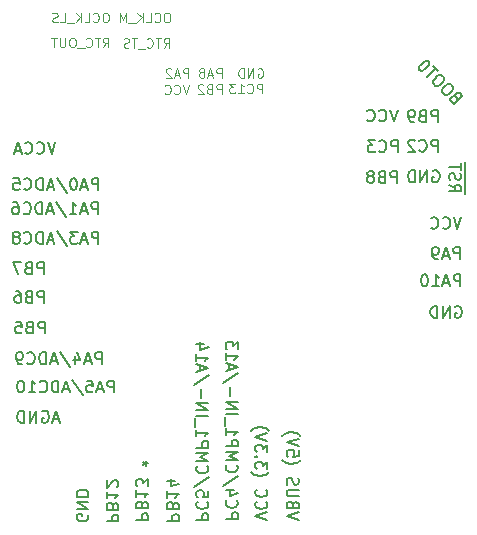
<source format=gbo>
%TF.GenerationSoftware,KiCad,Pcbnew,(5.1.6-0-10_14)*%
%TF.CreationDate,2021-04-22T17:40:41-07:00*%
%TF.ProjectId,BetsyBoardBig,42657473-7942-46f6-9172-644269672e6b,rev?*%
%TF.SameCoordinates,Original*%
%TF.FileFunction,Legend,Bot*%
%TF.FilePolarity,Positive*%
%FSLAX46Y46*%
G04 Gerber Fmt 4.6, Leading zero omitted, Abs format (unit mm)*
G04 Created by KiCad (PCBNEW (5.1.6-0-10_14)) date 2021-04-22 17:40:41*
%MOMM*%
%LPD*%
G01*
G04 APERTURE LIST*
%ADD10C,0.150000*%
%ADD11C,0.125000*%
G04 APERTURE END LIST*
D10*
X138333333Y-68852380D02*
X138000000Y-69852380D01*
X137666666Y-68852380D01*
X136761904Y-69757142D02*
X136809523Y-69804761D01*
X136952380Y-69852380D01*
X137047619Y-69852380D01*
X137190476Y-69804761D01*
X137285714Y-69709523D01*
X137333333Y-69614285D01*
X137380952Y-69423809D01*
X137380952Y-69280952D01*
X137333333Y-69090476D01*
X137285714Y-68995238D01*
X137190476Y-68900000D01*
X137047619Y-68852380D01*
X136952380Y-68852380D01*
X136809523Y-68900000D01*
X136761904Y-68947619D01*
X135761904Y-69757142D02*
X135809523Y-69804761D01*
X135952380Y-69852380D01*
X136047619Y-69852380D01*
X136190476Y-69804761D01*
X136285714Y-69709523D01*
X136333333Y-69614285D01*
X136380952Y-69423809D01*
X136380952Y-69280952D01*
X136333333Y-69090476D01*
X136285714Y-68995238D01*
X136190476Y-68900000D01*
X136047619Y-68852380D01*
X135952380Y-68852380D01*
X135809523Y-68900000D01*
X135761904Y-68947619D01*
D11*
X121478273Y-58361904D02*
X121478273Y-57561904D01*
X121173511Y-57561904D01*
X121097321Y-57600000D01*
X121059226Y-57638095D01*
X121021130Y-57714285D01*
X121021130Y-57828571D01*
X121059226Y-57904761D01*
X121097321Y-57942857D01*
X121173511Y-57980952D01*
X121478273Y-57980952D01*
X120221130Y-58285714D02*
X120259226Y-58323809D01*
X120373511Y-58361904D01*
X120449702Y-58361904D01*
X120563988Y-58323809D01*
X120640178Y-58247619D01*
X120678273Y-58171428D01*
X120716369Y-58019047D01*
X120716369Y-57904761D01*
X120678273Y-57752380D01*
X120640178Y-57676190D01*
X120563988Y-57600000D01*
X120449702Y-57561904D01*
X120373511Y-57561904D01*
X120259226Y-57600000D01*
X120221130Y-57638095D01*
X119459226Y-58361904D02*
X119916369Y-58361904D01*
X119687797Y-58361904D02*
X119687797Y-57561904D01*
X119763988Y-57676190D01*
X119840178Y-57752380D01*
X119916369Y-57790476D01*
X119192559Y-57561904D02*
X118697321Y-57561904D01*
X118963988Y-57866666D01*
X118849702Y-57866666D01*
X118773511Y-57904761D01*
X118735416Y-57942857D01*
X118697321Y-58019047D01*
X118697321Y-58209523D01*
X118735416Y-58285714D01*
X118773511Y-58323809D01*
X118849702Y-58361904D01*
X119078273Y-58361904D01*
X119154464Y-58323809D01*
X119192559Y-58285714D01*
X121109821Y-56300000D02*
X121186011Y-56261904D01*
X121300297Y-56261904D01*
X121414583Y-56300000D01*
X121490773Y-56376190D01*
X121528869Y-56452380D01*
X121566964Y-56604761D01*
X121566964Y-56719047D01*
X121528869Y-56871428D01*
X121490773Y-56947619D01*
X121414583Y-57023809D01*
X121300297Y-57061904D01*
X121224107Y-57061904D01*
X121109821Y-57023809D01*
X121071726Y-56985714D01*
X121071726Y-56719047D01*
X121224107Y-56719047D01*
X120728869Y-57061904D02*
X120728869Y-56261904D01*
X120271726Y-57061904D01*
X120271726Y-56261904D01*
X119890773Y-57061904D02*
X119890773Y-56261904D01*
X119700297Y-56261904D01*
X119586011Y-56300000D01*
X119509821Y-56376190D01*
X119471726Y-56452380D01*
X119433630Y-56604761D01*
X119433630Y-56719047D01*
X119471726Y-56871428D01*
X119509821Y-56947619D01*
X119586011Y-57023809D01*
X119700297Y-57061904D01*
X119890773Y-57061904D01*
X118028273Y-58411904D02*
X118028273Y-57611904D01*
X117723511Y-57611904D01*
X117647321Y-57650000D01*
X117609226Y-57688095D01*
X117571130Y-57764285D01*
X117571130Y-57878571D01*
X117609226Y-57954761D01*
X117647321Y-57992857D01*
X117723511Y-58030952D01*
X118028273Y-58030952D01*
X116961607Y-57992857D02*
X116847321Y-58030952D01*
X116809226Y-58069047D01*
X116771130Y-58145238D01*
X116771130Y-58259523D01*
X116809226Y-58335714D01*
X116847321Y-58373809D01*
X116923511Y-58411904D01*
X117228273Y-58411904D01*
X117228273Y-57611904D01*
X116961607Y-57611904D01*
X116885416Y-57650000D01*
X116847321Y-57688095D01*
X116809226Y-57764285D01*
X116809226Y-57840476D01*
X116847321Y-57916666D01*
X116885416Y-57954761D01*
X116961607Y-57992857D01*
X117228273Y-57992857D01*
X116466369Y-57688095D02*
X116428273Y-57650000D01*
X116352083Y-57611904D01*
X116161607Y-57611904D01*
X116085416Y-57650000D01*
X116047321Y-57688095D01*
X116009226Y-57764285D01*
X116009226Y-57840476D01*
X116047321Y-57954761D01*
X116504464Y-58411904D01*
X116009226Y-58411904D01*
X118028273Y-57061904D02*
X118028273Y-56261904D01*
X117723511Y-56261904D01*
X117647321Y-56300000D01*
X117609226Y-56338095D01*
X117571130Y-56414285D01*
X117571130Y-56528571D01*
X117609226Y-56604761D01*
X117647321Y-56642857D01*
X117723511Y-56680952D01*
X118028273Y-56680952D01*
X117266369Y-56833333D02*
X116885416Y-56833333D01*
X117342559Y-57061904D02*
X117075892Y-56261904D01*
X116809226Y-57061904D01*
X116428273Y-56604761D02*
X116504464Y-56566666D01*
X116542559Y-56528571D01*
X116580654Y-56452380D01*
X116580654Y-56414285D01*
X116542559Y-56338095D01*
X116504464Y-56300000D01*
X116428273Y-56261904D01*
X116275892Y-56261904D01*
X116199702Y-56300000D01*
X116161607Y-56338095D01*
X116123511Y-56414285D01*
X116123511Y-56452380D01*
X116161607Y-56528571D01*
X116199702Y-56566666D01*
X116275892Y-56604761D01*
X116428273Y-56604761D01*
X116504464Y-56642857D01*
X116542559Y-56680952D01*
X116580654Y-56757142D01*
X116580654Y-56909523D01*
X116542559Y-56985714D01*
X116504464Y-57023809D01*
X116428273Y-57061904D01*
X116275892Y-57061904D01*
X116199702Y-57023809D01*
X116161607Y-56985714D01*
X116123511Y-56909523D01*
X116123511Y-56757142D01*
X116161607Y-56680952D01*
X116199702Y-56642857D01*
X116275892Y-56604761D01*
X115292559Y-57661904D02*
X115025892Y-58461904D01*
X114759226Y-57661904D01*
X114035416Y-58385714D02*
X114073511Y-58423809D01*
X114187797Y-58461904D01*
X114263988Y-58461904D01*
X114378273Y-58423809D01*
X114454464Y-58347619D01*
X114492559Y-58271428D01*
X114530654Y-58119047D01*
X114530654Y-58004761D01*
X114492559Y-57852380D01*
X114454464Y-57776190D01*
X114378273Y-57700000D01*
X114263988Y-57661904D01*
X114187797Y-57661904D01*
X114073511Y-57700000D01*
X114035416Y-57738095D01*
X113235416Y-58385714D02*
X113273511Y-58423809D01*
X113387797Y-58461904D01*
X113463988Y-58461904D01*
X113578273Y-58423809D01*
X113654464Y-58347619D01*
X113692559Y-58271428D01*
X113730654Y-58119047D01*
X113730654Y-58004761D01*
X113692559Y-57852380D01*
X113654464Y-57776190D01*
X113578273Y-57700000D01*
X113463988Y-57661904D01*
X113387797Y-57661904D01*
X113273511Y-57700000D01*
X113235416Y-57738095D01*
X115228273Y-57061904D02*
X115228273Y-56261904D01*
X114923511Y-56261904D01*
X114847321Y-56300000D01*
X114809226Y-56338095D01*
X114771130Y-56414285D01*
X114771130Y-56528571D01*
X114809226Y-56604761D01*
X114847321Y-56642857D01*
X114923511Y-56680952D01*
X115228273Y-56680952D01*
X114466369Y-56833333D02*
X114085416Y-56833333D01*
X114542559Y-57061904D02*
X114275892Y-56261904D01*
X114009226Y-57061904D01*
X113780654Y-56338095D02*
X113742559Y-56300000D01*
X113666369Y-56261904D01*
X113475892Y-56261904D01*
X113399702Y-56300000D01*
X113361607Y-56338095D01*
X113323511Y-56414285D01*
X113323511Y-56490476D01*
X113361607Y-56604761D01*
X113818750Y-57061904D01*
X113323511Y-57061904D01*
D10*
X137811904Y-76450000D02*
X137907142Y-76402380D01*
X138050000Y-76402380D01*
X138192857Y-76450000D01*
X138288095Y-76545238D01*
X138335714Y-76640476D01*
X138383333Y-76830952D01*
X138383333Y-76973809D01*
X138335714Y-77164285D01*
X138288095Y-77259523D01*
X138192857Y-77354761D01*
X138050000Y-77402380D01*
X137954761Y-77402380D01*
X137811904Y-77354761D01*
X137764285Y-77307142D01*
X137764285Y-76973809D01*
X137954761Y-76973809D01*
X137335714Y-77402380D02*
X137335714Y-76402380D01*
X136764285Y-77402380D01*
X136764285Y-76402380D01*
X136288095Y-77402380D02*
X136288095Y-76402380D01*
X136050000Y-76402380D01*
X135907142Y-76450000D01*
X135811904Y-76545238D01*
X135764285Y-76640476D01*
X135716666Y-76830952D01*
X135716666Y-76973809D01*
X135764285Y-77164285D01*
X135811904Y-77259523D01*
X135907142Y-77354761D01*
X136050000Y-77402380D01*
X136288095Y-77402380D01*
X138242857Y-74702380D02*
X138242857Y-73702380D01*
X137861904Y-73702380D01*
X137766666Y-73750000D01*
X137719047Y-73797619D01*
X137671428Y-73892857D01*
X137671428Y-74035714D01*
X137719047Y-74130952D01*
X137766666Y-74178571D01*
X137861904Y-74226190D01*
X138242857Y-74226190D01*
X137290476Y-74416666D02*
X136814285Y-74416666D01*
X137385714Y-74702380D02*
X137052380Y-73702380D01*
X136719047Y-74702380D01*
X135861904Y-74702380D02*
X136433333Y-74702380D01*
X136147619Y-74702380D02*
X136147619Y-73702380D01*
X136242857Y-73845238D01*
X136338095Y-73940476D01*
X136433333Y-73988095D01*
X135242857Y-73702380D02*
X135147619Y-73702380D01*
X135052380Y-73750000D01*
X135004761Y-73797619D01*
X134957142Y-73892857D01*
X134909523Y-74083333D01*
X134909523Y-74321428D01*
X134957142Y-74511904D01*
X135004761Y-74607142D01*
X135052380Y-74654761D01*
X135147619Y-74702380D01*
X135242857Y-74702380D01*
X135338095Y-74654761D01*
X135385714Y-74607142D01*
X135433333Y-74511904D01*
X135480952Y-74321428D01*
X135480952Y-74083333D01*
X135433333Y-73892857D01*
X135385714Y-73797619D01*
X135338095Y-73750000D01*
X135242857Y-73702380D01*
X138216666Y-72402380D02*
X138216666Y-71402380D01*
X137835714Y-71402380D01*
X137740476Y-71450000D01*
X137692857Y-71497619D01*
X137645238Y-71592857D01*
X137645238Y-71735714D01*
X137692857Y-71830952D01*
X137740476Y-71878571D01*
X137835714Y-71926190D01*
X138216666Y-71926190D01*
X137264285Y-72116666D02*
X136788095Y-72116666D01*
X137359523Y-72402380D02*
X137026190Y-71402380D01*
X136692857Y-72402380D01*
X136311904Y-72402380D02*
X136121428Y-72402380D01*
X136026190Y-72354761D01*
X135978571Y-72307142D01*
X135883333Y-72164285D01*
X135835714Y-71973809D01*
X135835714Y-71592857D01*
X135883333Y-71497619D01*
X135930952Y-71450000D01*
X136026190Y-71402380D01*
X136216666Y-71402380D01*
X136311904Y-71450000D01*
X136359523Y-71497619D01*
X136407142Y-71592857D01*
X136407142Y-71830952D01*
X136359523Y-71926190D01*
X136311904Y-71973809D01*
X136216666Y-72021428D01*
X136026190Y-72021428D01*
X135930952Y-71973809D01*
X135883333Y-71926190D01*
X135835714Y-71830952D01*
X135911904Y-64950000D02*
X136007142Y-64902380D01*
X136150000Y-64902380D01*
X136292857Y-64950000D01*
X136388095Y-65045238D01*
X136435714Y-65140476D01*
X136483333Y-65330952D01*
X136483333Y-65473809D01*
X136435714Y-65664285D01*
X136388095Y-65759523D01*
X136292857Y-65854761D01*
X136150000Y-65902380D01*
X136054761Y-65902380D01*
X135911904Y-65854761D01*
X135864285Y-65807142D01*
X135864285Y-65473809D01*
X136054761Y-65473809D01*
X135435714Y-65902380D02*
X135435714Y-64902380D01*
X134864285Y-65902380D01*
X134864285Y-64902380D01*
X134388095Y-65902380D02*
X134388095Y-64902380D01*
X134150000Y-64902380D01*
X134007142Y-64950000D01*
X133911904Y-65045238D01*
X133864285Y-65140476D01*
X133816666Y-65330952D01*
X133816666Y-65473809D01*
X133864285Y-65664285D01*
X133911904Y-65759523D01*
X134007142Y-65854761D01*
X134150000Y-65902380D01*
X134388095Y-65902380D01*
X132888095Y-65952380D02*
X132888095Y-64952380D01*
X132507142Y-64952380D01*
X132411904Y-65000000D01*
X132364285Y-65047619D01*
X132316666Y-65142857D01*
X132316666Y-65285714D01*
X132364285Y-65380952D01*
X132411904Y-65428571D01*
X132507142Y-65476190D01*
X132888095Y-65476190D01*
X131554761Y-65428571D02*
X131411904Y-65476190D01*
X131364285Y-65523809D01*
X131316666Y-65619047D01*
X131316666Y-65761904D01*
X131364285Y-65857142D01*
X131411904Y-65904761D01*
X131507142Y-65952380D01*
X131888095Y-65952380D01*
X131888095Y-64952380D01*
X131554761Y-64952380D01*
X131459523Y-65000000D01*
X131411904Y-65047619D01*
X131364285Y-65142857D01*
X131364285Y-65238095D01*
X131411904Y-65333333D01*
X131459523Y-65380952D01*
X131554761Y-65428571D01*
X131888095Y-65428571D01*
X130745238Y-65380952D02*
X130840476Y-65333333D01*
X130888095Y-65285714D01*
X130935714Y-65190476D01*
X130935714Y-65142857D01*
X130888095Y-65047619D01*
X130840476Y-65000000D01*
X130745238Y-64952380D01*
X130554761Y-64952380D01*
X130459523Y-65000000D01*
X130411904Y-65047619D01*
X130364285Y-65142857D01*
X130364285Y-65190476D01*
X130411904Y-65285714D01*
X130459523Y-65333333D01*
X130554761Y-65380952D01*
X130745238Y-65380952D01*
X130840476Y-65428571D01*
X130888095Y-65476190D01*
X130935714Y-65571428D01*
X130935714Y-65761904D01*
X130888095Y-65857142D01*
X130840476Y-65904761D01*
X130745238Y-65952380D01*
X130554761Y-65952380D01*
X130459523Y-65904761D01*
X130411904Y-65857142D01*
X130364285Y-65761904D01*
X130364285Y-65571428D01*
X130411904Y-65476190D01*
X130459523Y-65428571D01*
X130554761Y-65380952D01*
X132938095Y-63352380D02*
X132938095Y-62352380D01*
X132557142Y-62352380D01*
X132461904Y-62400000D01*
X132414285Y-62447619D01*
X132366666Y-62542857D01*
X132366666Y-62685714D01*
X132414285Y-62780952D01*
X132461904Y-62828571D01*
X132557142Y-62876190D01*
X132938095Y-62876190D01*
X131366666Y-63257142D02*
X131414285Y-63304761D01*
X131557142Y-63352380D01*
X131652380Y-63352380D01*
X131795238Y-63304761D01*
X131890476Y-63209523D01*
X131938095Y-63114285D01*
X131985714Y-62923809D01*
X131985714Y-62780952D01*
X131938095Y-62590476D01*
X131890476Y-62495238D01*
X131795238Y-62400000D01*
X131652380Y-62352380D01*
X131557142Y-62352380D01*
X131414285Y-62400000D01*
X131366666Y-62447619D01*
X131033333Y-62352380D02*
X130414285Y-62352380D01*
X130747619Y-62733333D01*
X130604761Y-62733333D01*
X130509523Y-62780952D01*
X130461904Y-62828571D01*
X130414285Y-62923809D01*
X130414285Y-63161904D01*
X130461904Y-63257142D01*
X130509523Y-63304761D01*
X130604761Y-63352380D01*
X130890476Y-63352380D01*
X130985714Y-63304761D01*
X131033333Y-63257142D01*
X136338095Y-63302380D02*
X136338095Y-62302380D01*
X135957142Y-62302380D01*
X135861904Y-62350000D01*
X135814285Y-62397619D01*
X135766666Y-62492857D01*
X135766666Y-62635714D01*
X135814285Y-62730952D01*
X135861904Y-62778571D01*
X135957142Y-62826190D01*
X136338095Y-62826190D01*
X134766666Y-63207142D02*
X134814285Y-63254761D01*
X134957142Y-63302380D01*
X135052380Y-63302380D01*
X135195238Y-63254761D01*
X135290476Y-63159523D01*
X135338095Y-63064285D01*
X135385714Y-62873809D01*
X135385714Y-62730952D01*
X135338095Y-62540476D01*
X135290476Y-62445238D01*
X135195238Y-62350000D01*
X135052380Y-62302380D01*
X134957142Y-62302380D01*
X134814285Y-62350000D01*
X134766666Y-62397619D01*
X134385714Y-62397619D02*
X134338095Y-62350000D01*
X134242857Y-62302380D01*
X134004761Y-62302380D01*
X133909523Y-62350000D01*
X133861904Y-62397619D01*
X133814285Y-62492857D01*
X133814285Y-62588095D01*
X133861904Y-62730952D01*
X134433333Y-63302380D01*
X133814285Y-63302380D01*
X136338095Y-60802380D02*
X136338095Y-59802380D01*
X135957142Y-59802380D01*
X135861904Y-59850000D01*
X135814285Y-59897619D01*
X135766666Y-59992857D01*
X135766666Y-60135714D01*
X135814285Y-60230952D01*
X135861904Y-60278571D01*
X135957142Y-60326190D01*
X136338095Y-60326190D01*
X135004761Y-60278571D02*
X134861904Y-60326190D01*
X134814285Y-60373809D01*
X134766666Y-60469047D01*
X134766666Y-60611904D01*
X134814285Y-60707142D01*
X134861904Y-60754761D01*
X134957142Y-60802380D01*
X135338095Y-60802380D01*
X135338095Y-59802380D01*
X135004761Y-59802380D01*
X134909523Y-59850000D01*
X134861904Y-59897619D01*
X134814285Y-59992857D01*
X134814285Y-60088095D01*
X134861904Y-60183333D01*
X134909523Y-60230952D01*
X135004761Y-60278571D01*
X135338095Y-60278571D01*
X134290476Y-60802380D02*
X134100000Y-60802380D01*
X134004761Y-60754761D01*
X133957142Y-60707142D01*
X133861904Y-60564285D01*
X133814285Y-60373809D01*
X133814285Y-59992857D01*
X133861904Y-59897619D01*
X133909523Y-59850000D01*
X134004761Y-59802380D01*
X134195238Y-59802380D01*
X134290476Y-59850000D01*
X134338095Y-59897619D01*
X134385714Y-59992857D01*
X134385714Y-60230952D01*
X134338095Y-60326190D01*
X134290476Y-60373809D01*
X134195238Y-60421428D01*
X134004761Y-60421428D01*
X133909523Y-60373809D01*
X133861904Y-60326190D01*
X133814285Y-60230952D01*
X132933333Y-59752380D02*
X132600000Y-60752380D01*
X132266666Y-59752380D01*
X131361904Y-60657142D02*
X131409523Y-60704761D01*
X131552380Y-60752380D01*
X131647619Y-60752380D01*
X131790476Y-60704761D01*
X131885714Y-60609523D01*
X131933333Y-60514285D01*
X131980952Y-60323809D01*
X131980952Y-60180952D01*
X131933333Y-59990476D01*
X131885714Y-59895238D01*
X131790476Y-59800000D01*
X131647619Y-59752380D01*
X131552380Y-59752380D01*
X131409523Y-59800000D01*
X131361904Y-59847619D01*
X130361904Y-60657142D02*
X130409523Y-60704761D01*
X130552380Y-60752380D01*
X130647619Y-60752380D01*
X130790476Y-60704761D01*
X130885714Y-60609523D01*
X130933333Y-60514285D01*
X130980952Y-60323809D01*
X130980952Y-60180952D01*
X130933333Y-59990476D01*
X130885714Y-59895238D01*
X130790476Y-59800000D01*
X130647619Y-59752380D01*
X130552380Y-59752380D01*
X130409523Y-59800000D01*
X130361904Y-59847619D01*
D11*
X113124107Y-54511904D02*
X113390773Y-54130952D01*
X113581250Y-54511904D02*
X113581250Y-53711904D01*
X113276488Y-53711904D01*
X113200297Y-53750000D01*
X113162202Y-53788095D01*
X113124107Y-53864285D01*
X113124107Y-53978571D01*
X113162202Y-54054761D01*
X113200297Y-54092857D01*
X113276488Y-54130952D01*
X113581250Y-54130952D01*
X112895535Y-53711904D02*
X112438392Y-53711904D01*
X112666964Y-54511904D02*
X112666964Y-53711904D01*
X111714583Y-54435714D02*
X111752678Y-54473809D01*
X111866964Y-54511904D01*
X111943154Y-54511904D01*
X112057440Y-54473809D01*
X112133630Y-54397619D01*
X112171726Y-54321428D01*
X112209821Y-54169047D01*
X112209821Y-54054761D01*
X112171726Y-53902380D01*
X112133630Y-53826190D01*
X112057440Y-53750000D01*
X111943154Y-53711904D01*
X111866964Y-53711904D01*
X111752678Y-53750000D01*
X111714583Y-53788095D01*
X111562202Y-54588095D02*
X110952678Y-54588095D01*
X110876488Y-53711904D02*
X110419345Y-53711904D01*
X110647916Y-54511904D02*
X110647916Y-53711904D01*
X110190773Y-54473809D02*
X110076488Y-54511904D01*
X109886011Y-54511904D01*
X109809821Y-54473809D01*
X109771726Y-54435714D01*
X109733630Y-54359523D01*
X109733630Y-54283333D01*
X109771726Y-54207142D01*
X109809821Y-54169047D01*
X109886011Y-54130952D01*
X110038392Y-54092857D01*
X110114583Y-54054761D01*
X110152678Y-54016666D01*
X110190773Y-53940476D01*
X110190773Y-53864285D01*
X110152678Y-53788095D01*
X110114583Y-53750000D01*
X110038392Y-53711904D01*
X109847916Y-53711904D01*
X109733630Y-53750000D01*
X107988392Y-54461904D02*
X108255059Y-54080952D01*
X108445535Y-54461904D02*
X108445535Y-53661904D01*
X108140773Y-53661904D01*
X108064583Y-53700000D01*
X108026488Y-53738095D01*
X107988392Y-53814285D01*
X107988392Y-53928571D01*
X108026488Y-54004761D01*
X108064583Y-54042857D01*
X108140773Y-54080952D01*
X108445535Y-54080952D01*
X107759821Y-53661904D02*
X107302678Y-53661904D01*
X107531250Y-54461904D02*
X107531250Y-53661904D01*
X106578869Y-54385714D02*
X106616964Y-54423809D01*
X106731250Y-54461904D01*
X106807440Y-54461904D01*
X106921726Y-54423809D01*
X106997916Y-54347619D01*
X107036011Y-54271428D01*
X107074107Y-54119047D01*
X107074107Y-54004761D01*
X107036011Y-53852380D01*
X106997916Y-53776190D01*
X106921726Y-53700000D01*
X106807440Y-53661904D01*
X106731250Y-53661904D01*
X106616964Y-53700000D01*
X106578869Y-53738095D01*
X106426488Y-54538095D02*
X105816964Y-54538095D01*
X105474107Y-53661904D02*
X105321726Y-53661904D01*
X105245535Y-53700000D01*
X105169345Y-53776190D01*
X105131250Y-53928571D01*
X105131250Y-54195238D01*
X105169345Y-54347619D01*
X105245535Y-54423809D01*
X105321726Y-54461904D01*
X105474107Y-54461904D01*
X105550297Y-54423809D01*
X105626488Y-54347619D01*
X105664583Y-54195238D01*
X105664583Y-53928571D01*
X105626488Y-53776190D01*
X105550297Y-53700000D01*
X105474107Y-53661904D01*
X104788392Y-53661904D02*
X104788392Y-54309523D01*
X104750297Y-54385714D01*
X104712202Y-54423809D01*
X104636011Y-54461904D01*
X104483630Y-54461904D01*
X104407440Y-54423809D01*
X104369345Y-54385714D01*
X104331250Y-54309523D01*
X104331250Y-53661904D01*
X104064583Y-53661904D02*
X103607440Y-53661904D01*
X103836011Y-54461904D02*
X103836011Y-53661904D01*
X113497916Y-51561904D02*
X113345535Y-51561904D01*
X113269345Y-51600000D01*
X113193154Y-51676190D01*
X113155059Y-51828571D01*
X113155059Y-52095238D01*
X113193154Y-52247619D01*
X113269345Y-52323809D01*
X113345535Y-52361904D01*
X113497916Y-52361904D01*
X113574107Y-52323809D01*
X113650297Y-52247619D01*
X113688392Y-52095238D01*
X113688392Y-51828571D01*
X113650297Y-51676190D01*
X113574107Y-51600000D01*
X113497916Y-51561904D01*
X112355059Y-52285714D02*
X112393154Y-52323809D01*
X112507440Y-52361904D01*
X112583630Y-52361904D01*
X112697916Y-52323809D01*
X112774107Y-52247619D01*
X112812202Y-52171428D01*
X112850297Y-52019047D01*
X112850297Y-51904761D01*
X112812202Y-51752380D01*
X112774107Y-51676190D01*
X112697916Y-51600000D01*
X112583630Y-51561904D01*
X112507440Y-51561904D01*
X112393154Y-51600000D01*
X112355059Y-51638095D01*
X111631250Y-52361904D02*
X112012202Y-52361904D01*
X112012202Y-51561904D01*
X111364583Y-52361904D02*
X111364583Y-51561904D01*
X110907440Y-52361904D02*
X111250297Y-51904761D01*
X110907440Y-51561904D02*
X111364583Y-52019047D01*
X110755059Y-52438095D02*
X110145535Y-52438095D01*
X109955059Y-52361904D02*
X109955059Y-51561904D01*
X109688392Y-52133333D01*
X109421726Y-51561904D01*
X109421726Y-52361904D01*
X108293154Y-51561904D02*
X108140773Y-51561904D01*
X108064583Y-51600000D01*
X107988392Y-51676190D01*
X107950297Y-51828571D01*
X107950297Y-52095238D01*
X107988392Y-52247619D01*
X108064583Y-52323809D01*
X108140773Y-52361904D01*
X108293154Y-52361904D01*
X108369345Y-52323809D01*
X108445535Y-52247619D01*
X108483630Y-52095238D01*
X108483630Y-51828571D01*
X108445535Y-51676190D01*
X108369345Y-51600000D01*
X108293154Y-51561904D01*
X107150297Y-52285714D02*
X107188392Y-52323809D01*
X107302678Y-52361904D01*
X107378869Y-52361904D01*
X107493154Y-52323809D01*
X107569345Y-52247619D01*
X107607440Y-52171428D01*
X107645535Y-52019047D01*
X107645535Y-51904761D01*
X107607440Y-51752380D01*
X107569345Y-51676190D01*
X107493154Y-51600000D01*
X107378869Y-51561904D01*
X107302678Y-51561904D01*
X107188392Y-51600000D01*
X107150297Y-51638095D01*
X106426488Y-52361904D02*
X106807440Y-52361904D01*
X106807440Y-51561904D01*
X106159821Y-52361904D02*
X106159821Y-51561904D01*
X105702678Y-52361904D02*
X106045535Y-51904761D01*
X105702678Y-51561904D02*
X106159821Y-52019047D01*
X105550297Y-52438095D02*
X104940773Y-52438095D01*
X104369345Y-52361904D02*
X104750297Y-52361904D01*
X104750297Y-51561904D01*
X104140773Y-52323809D02*
X104026488Y-52361904D01*
X103836011Y-52361904D01*
X103759821Y-52323809D01*
X103721726Y-52285714D01*
X103683630Y-52209523D01*
X103683630Y-52133333D01*
X103721726Y-52057142D01*
X103759821Y-52019047D01*
X103836011Y-51980952D01*
X103988392Y-51942857D01*
X104064583Y-51904761D01*
X104102678Y-51866666D01*
X104140773Y-51790476D01*
X104140773Y-51714285D01*
X104102678Y-51638095D01*
X104064583Y-51600000D01*
X103988392Y-51561904D01*
X103797916Y-51561904D01*
X103683630Y-51600000D01*
D10*
X103966547Y-62502380D02*
X103633214Y-63502380D01*
X103299880Y-62502380D01*
X102395119Y-63407142D02*
X102442738Y-63454761D01*
X102585595Y-63502380D01*
X102680833Y-63502380D01*
X102823690Y-63454761D01*
X102918928Y-63359523D01*
X102966547Y-63264285D01*
X103014166Y-63073809D01*
X103014166Y-62930952D01*
X102966547Y-62740476D01*
X102918928Y-62645238D01*
X102823690Y-62550000D01*
X102680833Y-62502380D01*
X102585595Y-62502380D01*
X102442738Y-62550000D01*
X102395119Y-62597619D01*
X101395119Y-63407142D02*
X101442738Y-63454761D01*
X101585595Y-63502380D01*
X101680833Y-63502380D01*
X101823690Y-63454761D01*
X101918928Y-63359523D01*
X101966547Y-63264285D01*
X102014166Y-63073809D01*
X102014166Y-62930952D01*
X101966547Y-62740476D01*
X101918928Y-62645238D01*
X101823690Y-62550000D01*
X101680833Y-62502380D01*
X101585595Y-62502380D01*
X101442738Y-62550000D01*
X101395119Y-62597619D01*
X101014166Y-63216666D02*
X100537976Y-63216666D01*
X101109404Y-63502380D02*
X100776071Y-62502380D01*
X100442738Y-63502380D01*
X104261785Y-85966666D02*
X103785595Y-85966666D01*
X104357023Y-86252380D02*
X104023690Y-85252380D01*
X103690357Y-86252380D01*
X102833214Y-85300000D02*
X102928452Y-85252380D01*
X103071309Y-85252380D01*
X103214166Y-85300000D01*
X103309404Y-85395238D01*
X103357023Y-85490476D01*
X103404642Y-85680952D01*
X103404642Y-85823809D01*
X103357023Y-86014285D01*
X103309404Y-86109523D01*
X103214166Y-86204761D01*
X103071309Y-86252380D01*
X102976071Y-86252380D01*
X102833214Y-86204761D01*
X102785595Y-86157142D01*
X102785595Y-85823809D01*
X102976071Y-85823809D01*
X102357023Y-86252380D02*
X102357023Y-85252380D01*
X101785595Y-86252380D01*
X101785595Y-85252380D01*
X101309404Y-86252380D02*
X101309404Y-85252380D01*
X101071309Y-85252380D01*
X100928452Y-85300000D01*
X100833214Y-85395238D01*
X100785595Y-85490476D01*
X100737976Y-85680952D01*
X100737976Y-85823809D01*
X100785595Y-86014285D01*
X100833214Y-86109523D01*
X100928452Y-86204761D01*
X101071309Y-86252380D01*
X101309404Y-86252380D01*
X124547619Y-94507261D02*
X123547619Y-94173928D01*
X124547619Y-93840595D01*
X124071428Y-93173928D02*
X124023809Y-93031071D01*
X123976190Y-92983452D01*
X123880952Y-92935833D01*
X123738095Y-92935833D01*
X123642857Y-92983452D01*
X123595238Y-93031071D01*
X123547619Y-93126309D01*
X123547619Y-93507261D01*
X124547619Y-93507261D01*
X124547619Y-93173928D01*
X124500000Y-93078690D01*
X124452380Y-93031071D01*
X124357142Y-92983452D01*
X124261904Y-92983452D01*
X124166666Y-93031071D01*
X124119047Y-93078690D01*
X124071428Y-93173928D01*
X124071428Y-93507261D01*
X124547619Y-92507261D02*
X123738095Y-92507261D01*
X123642857Y-92459642D01*
X123595238Y-92412023D01*
X123547619Y-92316785D01*
X123547619Y-92126309D01*
X123595238Y-92031071D01*
X123642857Y-91983452D01*
X123738095Y-91935833D01*
X124547619Y-91935833D01*
X123595238Y-91507261D02*
X123547619Y-91364404D01*
X123547619Y-91126309D01*
X123595238Y-91031071D01*
X123642857Y-90983452D01*
X123738095Y-90935833D01*
X123833333Y-90935833D01*
X123928571Y-90983452D01*
X123976190Y-91031071D01*
X124023809Y-91126309D01*
X124071428Y-91316785D01*
X124119047Y-91412023D01*
X124166666Y-91459642D01*
X124261904Y-91507261D01*
X124357142Y-91507261D01*
X124452380Y-91459642D01*
X124500000Y-91412023D01*
X124547619Y-91316785D01*
X124547619Y-91078690D01*
X124500000Y-90935833D01*
X123166666Y-89459642D02*
X123214285Y-89507261D01*
X123357142Y-89602500D01*
X123452380Y-89650119D01*
X123595238Y-89697738D01*
X123833333Y-89745357D01*
X124023809Y-89745357D01*
X124261904Y-89697738D01*
X124404761Y-89650119D01*
X124500000Y-89602500D01*
X124642857Y-89507261D01*
X124690476Y-89459642D01*
X124547619Y-88602500D02*
X124547619Y-89078690D01*
X124071428Y-89126309D01*
X124119047Y-89078690D01*
X124166666Y-88983452D01*
X124166666Y-88745357D01*
X124119047Y-88650119D01*
X124071428Y-88602500D01*
X123976190Y-88554880D01*
X123738095Y-88554880D01*
X123642857Y-88602500D01*
X123595238Y-88650119D01*
X123547619Y-88745357D01*
X123547619Y-88983452D01*
X123595238Y-89078690D01*
X123642857Y-89126309D01*
X124547619Y-88269166D02*
X123547619Y-87935833D01*
X124547619Y-87602500D01*
X123166666Y-87364404D02*
X123214285Y-87316785D01*
X123357142Y-87221547D01*
X123452380Y-87173928D01*
X123595238Y-87126309D01*
X123833333Y-87078690D01*
X124023809Y-87078690D01*
X124261904Y-87126309D01*
X124404761Y-87173928D01*
X124500000Y-87221547D01*
X124642857Y-87316785D01*
X124690476Y-87364404D01*
X121897619Y-94507261D02*
X120897619Y-94173928D01*
X121897619Y-93840595D01*
X120992857Y-92935833D02*
X120945238Y-92983452D01*
X120897619Y-93126309D01*
X120897619Y-93221547D01*
X120945238Y-93364404D01*
X121040476Y-93459642D01*
X121135714Y-93507261D01*
X121326190Y-93554880D01*
X121469047Y-93554880D01*
X121659523Y-93507261D01*
X121754761Y-93459642D01*
X121850000Y-93364404D01*
X121897619Y-93221547D01*
X121897619Y-93126309D01*
X121850000Y-92983452D01*
X121802380Y-92935833D01*
X120992857Y-91935833D02*
X120945238Y-91983452D01*
X120897619Y-92126309D01*
X120897619Y-92221547D01*
X120945238Y-92364404D01*
X121040476Y-92459642D01*
X121135714Y-92507261D01*
X121326190Y-92554880D01*
X121469047Y-92554880D01*
X121659523Y-92507261D01*
X121754761Y-92459642D01*
X121850000Y-92364404D01*
X121897619Y-92221547D01*
X121897619Y-92126309D01*
X121850000Y-91983452D01*
X121802380Y-91935833D01*
X120516666Y-90459642D02*
X120564285Y-90507261D01*
X120707142Y-90602500D01*
X120802380Y-90650119D01*
X120945238Y-90697738D01*
X121183333Y-90745357D01*
X121373809Y-90745357D01*
X121611904Y-90697738D01*
X121754761Y-90650119D01*
X121850000Y-90602500D01*
X121992857Y-90507261D01*
X122040476Y-90459642D01*
X121897619Y-90173928D02*
X121897619Y-89554880D01*
X121516666Y-89888214D01*
X121516666Y-89745357D01*
X121469047Y-89650119D01*
X121421428Y-89602500D01*
X121326190Y-89554880D01*
X121088095Y-89554880D01*
X120992857Y-89602500D01*
X120945238Y-89650119D01*
X120897619Y-89745357D01*
X120897619Y-90031071D01*
X120945238Y-90126309D01*
X120992857Y-90173928D01*
X120992857Y-89126309D02*
X120945238Y-89078690D01*
X120897619Y-89126309D01*
X120945238Y-89173928D01*
X120992857Y-89126309D01*
X120897619Y-89126309D01*
X121897619Y-88745357D02*
X121897619Y-88126309D01*
X121516666Y-88459642D01*
X121516666Y-88316785D01*
X121469047Y-88221547D01*
X121421428Y-88173928D01*
X121326190Y-88126309D01*
X121088095Y-88126309D01*
X120992857Y-88173928D01*
X120945238Y-88221547D01*
X120897619Y-88316785D01*
X120897619Y-88602500D01*
X120945238Y-88697738D01*
X120992857Y-88745357D01*
X121897619Y-87840595D02*
X120897619Y-87507261D01*
X121897619Y-87173928D01*
X120516666Y-86935833D02*
X120564285Y-86888214D01*
X120707142Y-86792976D01*
X120802380Y-86745357D01*
X120945238Y-86697738D01*
X121183333Y-86650119D01*
X121373809Y-86650119D01*
X121611904Y-86697738D01*
X121754761Y-86745357D01*
X121850000Y-86792976D01*
X121992857Y-86888214D01*
X122040476Y-86935833D01*
X106700000Y-94040595D02*
X106747619Y-94135833D01*
X106747619Y-94278690D01*
X106700000Y-94421547D01*
X106604761Y-94516785D01*
X106509523Y-94564404D01*
X106319047Y-94612023D01*
X106176190Y-94612023D01*
X105985714Y-94564404D01*
X105890476Y-94516785D01*
X105795238Y-94421547D01*
X105747619Y-94278690D01*
X105747619Y-94183452D01*
X105795238Y-94040595D01*
X105842857Y-93992976D01*
X106176190Y-93992976D01*
X106176190Y-94183452D01*
X105747619Y-93564404D02*
X106747619Y-93564404D01*
X105747619Y-92992976D01*
X106747619Y-92992976D01*
X105747619Y-92516785D02*
X106747619Y-92516785D01*
X106747619Y-92278690D01*
X106700000Y-92135833D01*
X106604761Y-92040595D01*
X106509523Y-91992976D01*
X106319047Y-91945357D01*
X106176190Y-91945357D01*
X105985714Y-91992976D01*
X105890476Y-92040595D01*
X105795238Y-92135833D01*
X105747619Y-92278690D01*
X105747619Y-92516785D01*
X118397619Y-94414404D02*
X119397619Y-94414404D01*
X119397619Y-94033452D01*
X119350000Y-93938214D01*
X119302380Y-93890595D01*
X119207142Y-93842976D01*
X119064285Y-93842976D01*
X118969047Y-93890595D01*
X118921428Y-93938214D01*
X118873809Y-94033452D01*
X118873809Y-94414404D01*
X118492857Y-92842976D02*
X118445238Y-92890595D01*
X118397619Y-93033452D01*
X118397619Y-93128690D01*
X118445238Y-93271547D01*
X118540476Y-93366785D01*
X118635714Y-93414404D01*
X118826190Y-93462023D01*
X118969047Y-93462023D01*
X119159523Y-93414404D01*
X119254761Y-93366785D01*
X119350000Y-93271547D01*
X119397619Y-93128690D01*
X119397619Y-93033452D01*
X119350000Y-92890595D01*
X119302380Y-92842976D01*
X119064285Y-91985833D02*
X118397619Y-91985833D01*
X119445238Y-92223928D02*
X118730952Y-92462023D01*
X118730952Y-91842976D01*
X119445238Y-90747738D02*
X118159523Y-91604880D01*
X118492857Y-89842976D02*
X118445238Y-89890595D01*
X118397619Y-90033452D01*
X118397619Y-90128690D01*
X118445238Y-90271547D01*
X118540476Y-90366785D01*
X118635714Y-90414404D01*
X118826190Y-90462023D01*
X118969047Y-90462023D01*
X119159523Y-90414404D01*
X119254761Y-90366785D01*
X119350000Y-90271547D01*
X119397619Y-90128690D01*
X119397619Y-90033452D01*
X119350000Y-89890595D01*
X119302380Y-89842976D01*
X118397619Y-89414404D02*
X119397619Y-89414404D01*
X118683333Y-89081071D01*
X119397619Y-88747738D01*
X118397619Y-88747738D01*
X118397619Y-88271547D02*
X119397619Y-88271547D01*
X119397619Y-87890595D01*
X119350000Y-87795357D01*
X119302380Y-87747738D01*
X119207142Y-87700119D01*
X119064285Y-87700119D01*
X118969047Y-87747738D01*
X118921428Y-87795357D01*
X118873809Y-87890595D01*
X118873809Y-88271547D01*
X118397619Y-86747738D02*
X118397619Y-87319166D01*
X118397619Y-87033452D02*
X119397619Y-87033452D01*
X119254761Y-87128690D01*
X119159523Y-87223928D01*
X119111904Y-87319166D01*
X118302380Y-86557261D02*
X118302380Y-85795357D01*
X118397619Y-85557261D02*
X119397619Y-85557261D01*
X118397619Y-85081071D02*
X119397619Y-85081071D01*
X118397619Y-84509642D01*
X119397619Y-84509642D01*
X118778571Y-84033452D02*
X118778571Y-83271547D01*
X119445238Y-82081071D02*
X118159523Y-82938214D01*
X118683333Y-81795357D02*
X118683333Y-81319166D01*
X118397619Y-81890595D02*
X119397619Y-81557261D01*
X118397619Y-81223928D01*
X118397619Y-80366785D02*
X118397619Y-80938214D01*
X118397619Y-80652500D02*
X119397619Y-80652500D01*
X119254761Y-80747738D01*
X119159523Y-80842976D01*
X119111904Y-80938214D01*
X119397619Y-80033452D02*
X119397619Y-79414404D01*
X119016666Y-79747738D01*
X119016666Y-79604880D01*
X118969047Y-79509642D01*
X118921428Y-79462023D01*
X118826190Y-79414404D01*
X118588095Y-79414404D01*
X118492857Y-79462023D01*
X118445238Y-79509642D01*
X118397619Y-79604880D01*
X118397619Y-79890595D01*
X118445238Y-79985833D01*
X118492857Y-80033452D01*
X115897619Y-94514404D02*
X116897619Y-94514404D01*
X116897619Y-94133452D01*
X116850000Y-94038214D01*
X116802380Y-93990595D01*
X116707142Y-93942976D01*
X116564285Y-93942976D01*
X116469047Y-93990595D01*
X116421428Y-94038214D01*
X116373809Y-94133452D01*
X116373809Y-94514404D01*
X115992857Y-92942976D02*
X115945238Y-92990595D01*
X115897619Y-93133452D01*
X115897619Y-93228690D01*
X115945238Y-93371547D01*
X116040476Y-93466785D01*
X116135714Y-93514404D01*
X116326190Y-93562023D01*
X116469047Y-93562023D01*
X116659523Y-93514404D01*
X116754761Y-93466785D01*
X116850000Y-93371547D01*
X116897619Y-93228690D01*
X116897619Y-93133452D01*
X116850000Y-92990595D01*
X116802380Y-92942976D01*
X116897619Y-92038214D02*
X116897619Y-92514404D01*
X116421428Y-92562023D01*
X116469047Y-92514404D01*
X116516666Y-92419166D01*
X116516666Y-92181071D01*
X116469047Y-92085833D01*
X116421428Y-92038214D01*
X116326190Y-91990595D01*
X116088095Y-91990595D01*
X115992857Y-92038214D01*
X115945238Y-92085833D01*
X115897619Y-92181071D01*
X115897619Y-92419166D01*
X115945238Y-92514404D01*
X115992857Y-92562023D01*
X116945238Y-90847738D02*
X115659523Y-91704880D01*
X115992857Y-89942976D02*
X115945238Y-89990595D01*
X115897619Y-90133452D01*
X115897619Y-90228690D01*
X115945238Y-90371547D01*
X116040476Y-90466785D01*
X116135714Y-90514404D01*
X116326190Y-90562023D01*
X116469047Y-90562023D01*
X116659523Y-90514404D01*
X116754761Y-90466785D01*
X116850000Y-90371547D01*
X116897619Y-90228690D01*
X116897619Y-90133452D01*
X116850000Y-89990595D01*
X116802380Y-89942976D01*
X115897619Y-89514404D02*
X116897619Y-89514404D01*
X116183333Y-89181071D01*
X116897619Y-88847738D01*
X115897619Y-88847738D01*
X115897619Y-88371547D02*
X116897619Y-88371547D01*
X116897619Y-87990595D01*
X116850000Y-87895357D01*
X116802380Y-87847738D01*
X116707142Y-87800119D01*
X116564285Y-87800119D01*
X116469047Y-87847738D01*
X116421428Y-87895357D01*
X116373809Y-87990595D01*
X116373809Y-88371547D01*
X115897619Y-86847738D02*
X115897619Y-87419166D01*
X115897619Y-87133452D02*
X116897619Y-87133452D01*
X116754761Y-87228690D01*
X116659523Y-87323928D01*
X116611904Y-87419166D01*
X115802380Y-86657261D02*
X115802380Y-85895357D01*
X115897619Y-85657261D02*
X116897619Y-85657261D01*
X115897619Y-85181071D02*
X116897619Y-85181071D01*
X115897619Y-84609642D01*
X116897619Y-84609642D01*
X116278571Y-84133452D02*
X116278571Y-83371547D01*
X116945238Y-82181071D02*
X115659523Y-83038214D01*
X116183333Y-81895357D02*
X116183333Y-81419166D01*
X115897619Y-81990595D02*
X116897619Y-81657261D01*
X115897619Y-81323928D01*
X115897619Y-80466785D02*
X115897619Y-81038214D01*
X115897619Y-80752500D02*
X116897619Y-80752500D01*
X116754761Y-80847738D01*
X116659523Y-80942976D01*
X116611904Y-81038214D01*
X116564285Y-79609642D02*
X115897619Y-79609642D01*
X116945238Y-79847738D02*
X116230952Y-80085833D01*
X116230952Y-79466785D01*
X113397619Y-94564404D02*
X114397619Y-94564404D01*
X114397619Y-94183452D01*
X114350000Y-94088214D01*
X114302380Y-94040595D01*
X114207142Y-93992976D01*
X114064285Y-93992976D01*
X113969047Y-94040595D01*
X113921428Y-94088214D01*
X113873809Y-94183452D01*
X113873809Y-94564404D01*
X113921428Y-93231071D02*
X113873809Y-93088214D01*
X113826190Y-93040595D01*
X113730952Y-92992976D01*
X113588095Y-92992976D01*
X113492857Y-93040595D01*
X113445238Y-93088214D01*
X113397619Y-93183452D01*
X113397619Y-93564404D01*
X114397619Y-93564404D01*
X114397619Y-93231071D01*
X114350000Y-93135833D01*
X114302380Y-93088214D01*
X114207142Y-93040595D01*
X114111904Y-93040595D01*
X114016666Y-93088214D01*
X113969047Y-93135833D01*
X113921428Y-93231071D01*
X113921428Y-93564404D01*
X113397619Y-92040595D02*
X113397619Y-92612023D01*
X113397619Y-92326309D02*
X114397619Y-92326309D01*
X114254761Y-92421547D01*
X114159523Y-92516785D01*
X114111904Y-92612023D01*
X114064285Y-91183452D02*
X113397619Y-91183452D01*
X114445238Y-91421547D02*
X113730952Y-91659642D01*
X113730952Y-91040595D01*
X110797619Y-94514404D02*
X111797619Y-94514404D01*
X111797619Y-94133452D01*
X111750000Y-94038214D01*
X111702380Y-93990595D01*
X111607142Y-93942976D01*
X111464285Y-93942976D01*
X111369047Y-93990595D01*
X111321428Y-94038214D01*
X111273809Y-94133452D01*
X111273809Y-94514404D01*
X111321428Y-93181071D02*
X111273809Y-93038214D01*
X111226190Y-92990595D01*
X111130952Y-92942976D01*
X110988095Y-92942976D01*
X110892857Y-92990595D01*
X110845238Y-93038214D01*
X110797619Y-93133452D01*
X110797619Y-93514404D01*
X111797619Y-93514404D01*
X111797619Y-93181071D01*
X111750000Y-93085833D01*
X111702380Y-93038214D01*
X111607142Y-92990595D01*
X111511904Y-92990595D01*
X111416666Y-93038214D01*
X111369047Y-93085833D01*
X111321428Y-93181071D01*
X111321428Y-93514404D01*
X110797619Y-91990595D02*
X110797619Y-92562023D01*
X110797619Y-92276309D02*
X111797619Y-92276309D01*
X111654761Y-92371547D01*
X111559523Y-92466785D01*
X111511904Y-92562023D01*
X111797619Y-91657261D02*
X111797619Y-91038214D01*
X111416666Y-91371547D01*
X111416666Y-91228690D01*
X111369047Y-91133452D01*
X111321428Y-91085833D01*
X111226190Y-91038214D01*
X110988095Y-91038214D01*
X110892857Y-91085833D01*
X110845238Y-91133452D01*
X110797619Y-91228690D01*
X110797619Y-91514404D01*
X110845238Y-91609642D01*
X110892857Y-91657261D01*
X111797619Y-89704880D02*
X111559523Y-89704880D01*
X111654761Y-89942976D02*
X111559523Y-89704880D01*
X111654761Y-89466785D01*
X111369047Y-89847738D02*
X111559523Y-89704880D01*
X111369047Y-89562023D01*
X108297619Y-94614404D02*
X109297619Y-94614404D01*
X109297619Y-94233452D01*
X109250000Y-94138214D01*
X109202380Y-94090595D01*
X109107142Y-94042976D01*
X108964285Y-94042976D01*
X108869047Y-94090595D01*
X108821428Y-94138214D01*
X108773809Y-94233452D01*
X108773809Y-94614404D01*
X108821428Y-93281071D02*
X108773809Y-93138214D01*
X108726190Y-93090595D01*
X108630952Y-93042976D01*
X108488095Y-93042976D01*
X108392857Y-93090595D01*
X108345238Y-93138214D01*
X108297619Y-93233452D01*
X108297619Y-93614404D01*
X109297619Y-93614404D01*
X109297619Y-93281071D01*
X109250000Y-93185833D01*
X109202380Y-93138214D01*
X109107142Y-93090595D01*
X109011904Y-93090595D01*
X108916666Y-93138214D01*
X108869047Y-93185833D01*
X108821428Y-93281071D01*
X108821428Y-93614404D01*
X108297619Y-92090595D02*
X108297619Y-92662023D01*
X108297619Y-92376309D02*
X109297619Y-92376309D01*
X109154761Y-92471547D01*
X109059523Y-92566785D01*
X109011904Y-92662023D01*
X109202380Y-91709642D02*
X109250000Y-91662023D01*
X109297619Y-91566785D01*
X109297619Y-91328690D01*
X109250000Y-91233452D01*
X109202380Y-91185833D01*
X109107142Y-91138214D01*
X109011904Y-91138214D01*
X108869047Y-91185833D01*
X108297619Y-91757261D01*
X108297619Y-91138214D01*
X108928452Y-83702380D02*
X108928452Y-82702380D01*
X108547500Y-82702380D01*
X108452261Y-82750000D01*
X108404642Y-82797619D01*
X108357023Y-82892857D01*
X108357023Y-83035714D01*
X108404642Y-83130952D01*
X108452261Y-83178571D01*
X108547500Y-83226190D01*
X108928452Y-83226190D01*
X107976071Y-83416666D02*
X107499880Y-83416666D01*
X108071309Y-83702380D02*
X107737976Y-82702380D01*
X107404642Y-83702380D01*
X106595119Y-82702380D02*
X107071309Y-82702380D01*
X107118928Y-83178571D01*
X107071309Y-83130952D01*
X106976071Y-83083333D01*
X106737976Y-83083333D01*
X106642738Y-83130952D01*
X106595119Y-83178571D01*
X106547500Y-83273809D01*
X106547500Y-83511904D01*
X106595119Y-83607142D01*
X106642738Y-83654761D01*
X106737976Y-83702380D01*
X106976071Y-83702380D01*
X107071309Y-83654761D01*
X107118928Y-83607142D01*
X105404642Y-82654761D02*
X106261785Y-83940476D01*
X105118928Y-83416666D02*
X104642738Y-83416666D01*
X105214166Y-83702380D02*
X104880833Y-82702380D01*
X104547500Y-83702380D01*
X104214166Y-83702380D02*
X104214166Y-82702380D01*
X103976071Y-82702380D01*
X103833214Y-82750000D01*
X103737976Y-82845238D01*
X103690357Y-82940476D01*
X103642738Y-83130952D01*
X103642738Y-83273809D01*
X103690357Y-83464285D01*
X103737976Y-83559523D01*
X103833214Y-83654761D01*
X103976071Y-83702380D01*
X104214166Y-83702380D01*
X102642738Y-83607142D02*
X102690357Y-83654761D01*
X102833214Y-83702380D01*
X102928452Y-83702380D01*
X103071309Y-83654761D01*
X103166547Y-83559523D01*
X103214166Y-83464285D01*
X103261785Y-83273809D01*
X103261785Y-83130952D01*
X103214166Y-82940476D01*
X103166547Y-82845238D01*
X103071309Y-82750000D01*
X102928452Y-82702380D01*
X102833214Y-82702380D01*
X102690357Y-82750000D01*
X102642738Y-82797619D01*
X101690357Y-83702380D02*
X102261785Y-83702380D01*
X101976071Y-83702380D02*
X101976071Y-82702380D01*
X102071309Y-82845238D01*
X102166547Y-82940476D01*
X102261785Y-82988095D01*
X101071309Y-82702380D02*
X100976071Y-82702380D01*
X100880833Y-82750000D01*
X100833214Y-82797619D01*
X100785595Y-82892857D01*
X100737976Y-83083333D01*
X100737976Y-83321428D01*
X100785595Y-83511904D01*
X100833214Y-83607142D01*
X100880833Y-83654761D01*
X100976071Y-83702380D01*
X101071309Y-83702380D01*
X101166547Y-83654761D01*
X101214166Y-83607142D01*
X101261785Y-83511904D01*
X101309404Y-83321428D01*
X101309404Y-83083333D01*
X101261785Y-82892857D01*
X101214166Y-82797619D01*
X101166547Y-82750000D01*
X101071309Y-82702380D01*
X107876071Y-81302380D02*
X107876071Y-80302380D01*
X107495119Y-80302380D01*
X107399880Y-80350000D01*
X107352261Y-80397619D01*
X107304642Y-80492857D01*
X107304642Y-80635714D01*
X107352261Y-80730952D01*
X107399880Y-80778571D01*
X107495119Y-80826190D01*
X107876071Y-80826190D01*
X106923690Y-81016666D02*
X106447500Y-81016666D01*
X107018928Y-81302380D02*
X106685595Y-80302380D01*
X106352261Y-81302380D01*
X105590357Y-80635714D02*
X105590357Y-81302380D01*
X105828452Y-80254761D02*
X106066547Y-80969047D01*
X105447500Y-80969047D01*
X104352261Y-80254761D02*
X105209404Y-81540476D01*
X104066547Y-81016666D02*
X103590357Y-81016666D01*
X104161785Y-81302380D02*
X103828452Y-80302380D01*
X103495119Y-81302380D01*
X103161785Y-81302380D02*
X103161785Y-80302380D01*
X102923690Y-80302380D01*
X102780833Y-80350000D01*
X102685595Y-80445238D01*
X102637976Y-80540476D01*
X102590357Y-80730952D01*
X102590357Y-80873809D01*
X102637976Y-81064285D01*
X102685595Y-81159523D01*
X102780833Y-81254761D01*
X102923690Y-81302380D01*
X103161785Y-81302380D01*
X101590357Y-81207142D02*
X101637976Y-81254761D01*
X101780833Y-81302380D01*
X101876071Y-81302380D01*
X102018928Y-81254761D01*
X102114166Y-81159523D01*
X102161785Y-81064285D01*
X102209404Y-80873809D01*
X102209404Y-80730952D01*
X102161785Y-80540476D01*
X102114166Y-80445238D01*
X102018928Y-80350000D01*
X101876071Y-80302380D01*
X101780833Y-80302380D01*
X101637976Y-80350000D01*
X101590357Y-80397619D01*
X101114166Y-81302380D02*
X100923690Y-81302380D01*
X100828452Y-81254761D01*
X100780833Y-81207142D01*
X100685595Y-81064285D01*
X100637976Y-80873809D01*
X100637976Y-80492857D01*
X100685595Y-80397619D01*
X100733214Y-80350000D01*
X100828452Y-80302380D01*
X101018928Y-80302380D01*
X101114166Y-80350000D01*
X101161785Y-80397619D01*
X101209404Y-80492857D01*
X101209404Y-80730952D01*
X101161785Y-80826190D01*
X101114166Y-80873809D01*
X101018928Y-80921428D01*
X100828452Y-80921428D01*
X100733214Y-80873809D01*
X100685595Y-80826190D01*
X100637976Y-80730952D01*
X103061785Y-78702380D02*
X103061785Y-77702380D01*
X102680833Y-77702380D01*
X102585595Y-77750000D01*
X102537976Y-77797619D01*
X102490357Y-77892857D01*
X102490357Y-78035714D01*
X102537976Y-78130952D01*
X102585595Y-78178571D01*
X102680833Y-78226190D01*
X103061785Y-78226190D01*
X101728452Y-78178571D02*
X101585595Y-78226190D01*
X101537976Y-78273809D01*
X101490357Y-78369047D01*
X101490357Y-78511904D01*
X101537976Y-78607142D01*
X101585595Y-78654761D01*
X101680833Y-78702380D01*
X102061785Y-78702380D01*
X102061785Y-77702380D01*
X101728452Y-77702380D01*
X101633214Y-77750000D01*
X101585595Y-77797619D01*
X101537976Y-77892857D01*
X101537976Y-77988095D01*
X101585595Y-78083333D01*
X101633214Y-78130952D01*
X101728452Y-78178571D01*
X102061785Y-78178571D01*
X100585595Y-77702380D02*
X101061785Y-77702380D01*
X101109404Y-78178571D01*
X101061785Y-78130952D01*
X100966547Y-78083333D01*
X100728452Y-78083333D01*
X100633214Y-78130952D01*
X100585595Y-78178571D01*
X100537976Y-78273809D01*
X100537976Y-78511904D01*
X100585595Y-78607142D01*
X100633214Y-78654761D01*
X100728452Y-78702380D01*
X100966547Y-78702380D01*
X101061785Y-78654761D01*
X101109404Y-78607142D01*
X103011785Y-76102380D02*
X103011785Y-75102380D01*
X102630833Y-75102380D01*
X102535595Y-75150000D01*
X102487976Y-75197619D01*
X102440357Y-75292857D01*
X102440357Y-75435714D01*
X102487976Y-75530952D01*
X102535595Y-75578571D01*
X102630833Y-75626190D01*
X103011785Y-75626190D01*
X101678452Y-75578571D02*
X101535595Y-75626190D01*
X101487976Y-75673809D01*
X101440357Y-75769047D01*
X101440357Y-75911904D01*
X101487976Y-76007142D01*
X101535595Y-76054761D01*
X101630833Y-76102380D01*
X102011785Y-76102380D01*
X102011785Y-75102380D01*
X101678452Y-75102380D01*
X101583214Y-75150000D01*
X101535595Y-75197619D01*
X101487976Y-75292857D01*
X101487976Y-75388095D01*
X101535595Y-75483333D01*
X101583214Y-75530952D01*
X101678452Y-75578571D01*
X102011785Y-75578571D01*
X100583214Y-75102380D02*
X100773690Y-75102380D01*
X100868928Y-75150000D01*
X100916547Y-75197619D01*
X101011785Y-75340476D01*
X101059404Y-75530952D01*
X101059404Y-75911904D01*
X101011785Y-76007142D01*
X100964166Y-76054761D01*
X100868928Y-76102380D01*
X100678452Y-76102380D01*
X100583214Y-76054761D01*
X100535595Y-76007142D01*
X100487976Y-75911904D01*
X100487976Y-75673809D01*
X100535595Y-75578571D01*
X100583214Y-75530952D01*
X100678452Y-75483333D01*
X100868928Y-75483333D01*
X100964166Y-75530952D01*
X101011785Y-75578571D01*
X101059404Y-75673809D01*
X102961785Y-73652380D02*
X102961785Y-72652380D01*
X102580833Y-72652380D01*
X102485595Y-72700000D01*
X102437976Y-72747619D01*
X102390357Y-72842857D01*
X102390357Y-72985714D01*
X102437976Y-73080952D01*
X102485595Y-73128571D01*
X102580833Y-73176190D01*
X102961785Y-73176190D01*
X101628452Y-73128571D02*
X101485595Y-73176190D01*
X101437976Y-73223809D01*
X101390357Y-73319047D01*
X101390357Y-73461904D01*
X101437976Y-73557142D01*
X101485595Y-73604761D01*
X101580833Y-73652380D01*
X101961785Y-73652380D01*
X101961785Y-72652380D01*
X101628452Y-72652380D01*
X101533214Y-72700000D01*
X101485595Y-72747619D01*
X101437976Y-72842857D01*
X101437976Y-72938095D01*
X101485595Y-73033333D01*
X101533214Y-73080952D01*
X101628452Y-73128571D01*
X101961785Y-73128571D01*
X101057023Y-72652380D02*
X100390357Y-72652380D01*
X100818928Y-73652380D01*
X107595238Y-71102380D02*
X107595238Y-70102380D01*
X107214285Y-70102380D01*
X107119047Y-70150000D01*
X107071428Y-70197619D01*
X107023809Y-70292857D01*
X107023809Y-70435714D01*
X107071428Y-70530952D01*
X107119047Y-70578571D01*
X107214285Y-70626190D01*
X107595238Y-70626190D01*
X106642857Y-70816666D02*
X106166666Y-70816666D01*
X106738095Y-71102380D02*
X106404761Y-70102380D01*
X106071428Y-71102380D01*
X105833333Y-70102380D02*
X105214285Y-70102380D01*
X105547619Y-70483333D01*
X105404761Y-70483333D01*
X105309523Y-70530952D01*
X105261904Y-70578571D01*
X105214285Y-70673809D01*
X105214285Y-70911904D01*
X105261904Y-71007142D01*
X105309523Y-71054761D01*
X105404761Y-71102380D01*
X105690476Y-71102380D01*
X105785714Y-71054761D01*
X105833333Y-71007142D01*
X104071428Y-70054761D02*
X104928571Y-71340476D01*
X103785714Y-70816666D02*
X103309523Y-70816666D01*
X103880952Y-71102380D02*
X103547619Y-70102380D01*
X103214285Y-71102380D01*
X102880952Y-71102380D02*
X102880952Y-70102380D01*
X102642857Y-70102380D01*
X102500000Y-70150000D01*
X102404761Y-70245238D01*
X102357142Y-70340476D01*
X102309523Y-70530952D01*
X102309523Y-70673809D01*
X102357142Y-70864285D01*
X102404761Y-70959523D01*
X102500000Y-71054761D01*
X102642857Y-71102380D01*
X102880952Y-71102380D01*
X101309523Y-71007142D02*
X101357142Y-71054761D01*
X101500000Y-71102380D01*
X101595238Y-71102380D01*
X101738095Y-71054761D01*
X101833333Y-70959523D01*
X101880952Y-70864285D01*
X101928571Y-70673809D01*
X101928571Y-70530952D01*
X101880952Y-70340476D01*
X101833333Y-70245238D01*
X101738095Y-70150000D01*
X101595238Y-70102380D01*
X101500000Y-70102380D01*
X101357142Y-70150000D01*
X101309523Y-70197619D01*
X100738095Y-70530952D02*
X100833333Y-70483333D01*
X100880952Y-70435714D01*
X100928571Y-70340476D01*
X100928571Y-70292857D01*
X100880952Y-70197619D01*
X100833333Y-70150000D01*
X100738095Y-70102380D01*
X100547619Y-70102380D01*
X100452380Y-70150000D01*
X100404761Y-70197619D01*
X100357142Y-70292857D01*
X100357142Y-70340476D01*
X100404761Y-70435714D01*
X100452380Y-70483333D01*
X100547619Y-70530952D01*
X100738095Y-70530952D01*
X100833333Y-70578571D01*
X100880952Y-70626190D01*
X100928571Y-70721428D01*
X100928571Y-70911904D01*
X100880952Y-71007142D01*
X100833333Y-71054761D01*
X100738095Y-71102380D01*
X100547619Y-71102380D01*
X100452380Y-71054761D01*
X100404761Y-71007142D01*
X100357142Y-70911904D01*
X100357142Y-70721428D01*
X100404761Y-70626190D01*
X100452380Y-70578571D01*
X100547619Y-70530952D01*
X107545238Y-68602380D02*
X107545238Y-67602380D01*
X107164285Y-67602380D01*
X107069047Y-67650000D01*
X107021428Y-67697619D01*
X106973809Y-67792857D01*
X106973809Y-67935714D01*
X107021428Y-68030952D01*
X107069047Y-68078571D01*
X107164285Y-68126190D01*
X107545238Y-68126190D01*
X106592857Y-68316666D02*
X106116666Y-68316666D01*
X106688095Y-68602380D02*
X106354761Y-67602380D01*
X106021428Y-68602380D01*
X105164285Y-68602380D02*
X105735714Y-68602380D01*
X105450000Y-68602380D02*
X105450000Y-67602380D01*
X105545238Y-67745238D01*
X105640476Y-67840476D01*
X105735714Y-67888095D01*
X104021428Y-67554761D02*
X104878571Y-68840476D01*
X103735714Y-68316666D02*
X103259523Y-68316666D01*
X103830952Y-68602380D02*
X103497619Y-67602380D01*
X103164285Y-68602380D01*
X102830952Y-68602380D02*
X102830952Y-67602380D01*
X102592857Y-67602380D01*
X102450000Y-67650000D01*
X102354761Y-67745238D01*
X102307142Y-67840476D01*
X102259523Y-68030952D01*
X102259523Y-68173809D01*
X102307142Y-68364285D01*
X102354761Y-68459523D01*
X102450000Y-68554761D01*
X102592857Y-68602380D01*
X102830952Y-68602380D01*
X101259523Y-68507142D02*
X101307142Y-68554761D01*
X101450000Y-68602380D01*
X101545238Y-68602380D01*
X101688095Y-68554761D01*
X101783333Y-68459523D01*
X101830952Y-68364285D01*
X101878571Y-68173809D01*
X101878571Y-68030952D01*
X101830952Y-67840476D01*
X101783333Y-67745238D01*
X101688095Y-67650000D01*
X101545238Y-67602380D01*
X101450000Y-67602380D01*
X101307142Y-67650000D01*
X101259523Y-67697619D01*
X100402380Y-67602380D02*
X100592857Y-67602380D01*
X100688095Y-67650000D01*
X100735714Y-67697619D01*
X100830952Y-67840476D01*
X100878571Y-68030952D01*
X100878571Y-68411904D01*
X100830952Y-68507142D01*
X100783333Y-68554761D01*
X100688095Y-68602380D01*
X100497619Y-68602380D01*
X100402380Y-68554761D01*
X100354761Y-68507142D01*
X100307142Y-68411904D01*
X100307142Y-68173809D01*
X100354761Y-68078571D01*
X100402380Y-68030952D01*
X100497619Y-67983333D01*
X100688095Y-67983333D01*
X100783333Y-68030952D01*
X100830952Y-68078571D01*
X100878571Y-68173809D01*
X107595238Y-66552380D02*
X107595238Y-65552380D01*
X107214285Y-65552380D01*
X107119047Y-65600000D01*
X107071428Y-65647619D01*
X107023809Y-65742857D01*
X107023809Y-65885714D01*
X107071428Y-65980952D01*
X107119047Y-66028571D01*
X107214285Y-66076190D01*
X107595238Y-66076190D01*
X106642857Y-66266666D02*
X106166666Y-66266666D01*
X106738095Y-66552380D02*
X106404761Y-65552380D01*
X106071428Y-66552380D01*
X105547619Y-65552380D02*
X105452380Y-65552380D01*
X105357142Y-65600000D01*
X105309523Y-65647619D01*
X105261904Y-65742857D01*
X105214285Y-65933333D01*
X105214285Y-66171428D01*
X105261904Y-66361904D01*
X105309523Y-66457142D01*
X105357142Y-66504761D01*
X105452380Y-66552380D01*
X105547619Y-66552380D01*
X105642857Y-66504761D01*
X105690476Y-66457142D01*
X105738095Y-66361904D01*
X105785714Y-66171428D01*
X105785714Y-65933333D01*
X105738095Y-65742857D01*
X105690476Y-65647619D01*
X105642857Y-65600000D01*
X105547619Y-65552380D01*
X104071428Y-65504761D02*
X104928571Y-66790476D01*
X103785714Y-66266666D02*
X103309523Y-66266666D01*
X103880952Y-66552380D02*
X103547619Y-65552380D01*
X103214285Y-66552380D01*
X102880952Y-66552380D02*
X102880952Y-65552380D01*
X102642857Y-65552380D01*
X102500000Y-65600000D01*
X102404761Y-65695238D01*
X102357142Y-65790476D01*
X102309523Y-65980952D01*
X102309523Y-66123809D01*
X102357142Y-66314285D01*
X102404761Y-66409523D01*
X102500000Y-66504761D01*
X102642857Y-66552380D01*
X102880952Y-66552380D01*
X101309523Y-66457142D02*
X101357142Y-66504761D01*
X101500000Y-66552380D01*
X101595238Y-66552380D01*
X101738095Y-66504761D01*
X101833333Y-66409523D01*
X101880952Y-66314285D01*
X101928571Y-66123809D01*
X101928571Y-65980952D01*
X101880952Y-65790476D01*
X101833333Y-65695238D01*
X101738095Y-65600000D01*
X101595238Y-65552380D01*
X101500000Y-65552380D01*
X101357142Y-65600000D01*
X101309523Y-65647619D01*
X100404761Y-65552380D02*
X100880952Y-65552380D01*
X100928571Y-66028571D01*
X100880952Y-65980952D01*
X100785714Y-65933333D01*
X100547619Y-65933333D01*
X100452380Y-65980952D01*
X100404761Y-66028571D01*
X100357142Y-66123809D01*
X100357142Y-66361904D01*
X100404761Y-66457142D01*
X100452380Y-66504761D01*
X100547619Y-66552380D01*
X100785714Y-66552380D01*
X100880952Y-66504761D01*
X100928571Y-66457142D01*
X138665000Y-66907142D02*
X138665000Y-65907142D01*
X137297619Y-66097619D02*
X137773809Y-66430952D01*
X137297619Y-66669047D02*
X138297619Y-66669047D01*
X138297619Y-66288095D01*
X138250000Y-66192857D01*
X138202380Y-66145238D01*
X138107142Y-66097619D01*
X137964285Y-66097619D01*
X137869047Y-66145238D01*
X137821428Y-66192857D01*
X137773809Y-66288095D01*
X137773809Y-66669047D01*
X138665000Y-65907142D02*
X138665000Y-64954761D01*
X137345238Y-65716666D02*
X137297619Y-65573809D01*
X137297619Y-65335714D01*
X137345238Y-65240476D01*
X137392857Y-65192857D01*
X137488095Y-65145238D01*
X137583333Y-65145238D01*
X137678571Y-65192857D01*
X137726190Y-65240476D01*
X137773809Y-65335714D01*
X137821428Y-65526190D01*
X137869047Y-65621428D01*
X137916666Y-65669047D01*
X138011904Y-65716666D01*
X138107142Y-65716666D01*
X138202380Y-65669047D01*
X138250000Y-65621428D01*
X138297619Y-65526190D01*
X138297619Y-65288095D01*
X138250000Y-65145238D01*
X138665000Y-64954761D02*
X138665000Y-64192857D01*
X138297619Y-64859523D02*
X138297619Y-64288095D01*
X137297619Y-64573809D02*
X138297619Y-64573809D01*
X137846870Y-58695854D02*
X137712183Y-58628511D01*
X137644839Y-58628511D01*
X137543824Y-58662183D01*
X137442809Y-58763198D01*
X137409137Y-58864213D01*
X137409137Y-58931557D01*
X137442809Y-59032572D01*
X137712183Y-59301946D01*
X138419289Y-58594839D01*
X138183587Y-58359137D01*
X138082572Y-58325465D01*
X138015228Y-58325465D01*
X137914213Y-58359137D01*
X137846870Y-58426480D01*
X137813198Y-58527496D01*
X137813198Y-58594839D01*
X137846870Y-58695854D01*
X138082572Y-58931557D01*
X137577496Y-57753045D02*
X137442809Y-57618358D01*
X137341793Y-57584687D01*
X137207106Y-57584687D01*
X137038748Y-57685702D01*
X136803045Y-57921404D01*
X136702030Y-58089763D01*
X136702030Y-58224450D01*
X136735702Y-58325465D01*
X136870389Y-58460152D01*
X136971404Y-58493824D01*
X137106091Y-58493824D01*
X137274450Y-58392809D01*
X137510152Y-58157106D01*
X137611167Y-57988748D01*
X137611167Y-57854061D01*
X137577496Y-57753045D01*
X136836717Y-57012267D02*
X136702030Y-56877580D01*
X136601015Y-56843908D01*
X136466328Y-56843908D01*
X136297969Y-56944923D01*
X136062267Y-57180625D01*
X135961251Y-57348984D01*
X135961251Y-57483671D01*
X135994923Y-57584687D01*
X136129610Y-57719374D01*
X136230625Y-57753045D01*
X136365312Y-57753045D01*
X136533671Y-57652030D01*
X136769374Y-57416328D01*
X136870389Y-57247969D01*
X136870389Y-57113282D01*
X136836717Y-57012267D01*
X136331641Y-56507190D02*
X135927580Y-56103129D01*
X135422503Y-57012267D02*
X136129610Y-56305160D01*
X135557190Y-55732740D02*
X135489847Y-55665397D01*
X135388832Y-55631725D01*
X135321488Y-55631725D01*
X135220473Y-55665397D01*
X135052114Y-55766412D01*
X134883755Y-55934771D01*
X134782740Y-56103129D01*
X134749068Y-56204145D01*
X134749068Y-56271488D01*
X134782740Y-56372503D01*
X134850084Y-56439847D01*
X134951099Y-56473519D01*
X135018442Y-56473519D01*
X135119458Y-56439847D01*
X135287816Y-56338832D01*
X135456175Y-56170473D01*
X135557190Y-56002114D01*
X135590862Y-55901099D01*
X135590862Y-55833755D01*
X135557190Y-55732740D01*
M02*

</source>
